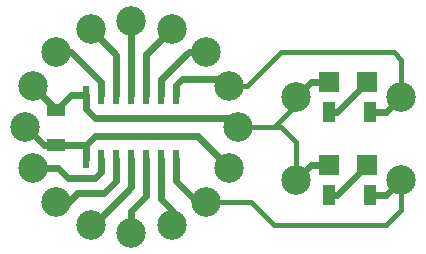
<source format=gtl>
G04 #@! TF.FileFunction,Copper,L1,Top,Signal*
%FSLAX46Y46*%
G04 Gerber Fmt 4.6, Leading zero omitted, Abs format (unit mm)*
G04 Created by KiCad (PCBNEW 4.0.6) date 03/19/19 12:30:58*
%MOMM*%
%LPD*%
G01*
G04 APERTURE LIST*
%ADD10C,0.100000*%
%ADD11R,0.600000X1.500000*%
%ADD12R,1.600000X1.000000*%
%ADD13C,2.500000*%
%ADD14R,1.700000X1.800860*%
%ADD15R,1.100000X1.700000*%
%ADD16C,0.406400*%
%ADD17C,0.609600*%
G04 APERTURE END LIST*
D10*
D11*
X143510000Y-90330000D03*
X144780000Y-90330000D03*
X146050000Y-90330000D03*
X147320000Y-90330000D03*
X148590000Y-90330000D03*
X149860000Y-90330000D03*
X151130000Y-90330000D03*
X151130000Y-84930000D03*
X149860000Y-84930000D03*
X148590000Y-84930000D03*
X147320000Y-84930000D03*
X146050000Y-84930000D03*
X144780000Y-84930000D03*
X143510000Y-84930000D03*
D12*
X140970000Y-89130000D03*
X140970000Y-86130000D03*
D13*
X138300000Y-87600000D03*
X138990000Y-84160000D03*
X140940000Y-81240000D03*
X143860000Y-79290000D03*
X147300000Y-78600000D03*
X150740000Y-79290000D03*
X153660000Y-81240000D03*
X155610000Y-84160000D03*
X155610000Y-91040000D03*
X156300000Y-87600000D03*
X153660000Y-93960000D03*
X150740000Y-95910000D03*
X147300000Y-96600000D03*
X143860000Y-95910000D03*
X140940000Y-93960000D03*
X138990000Y-91040000D03*
D14*
X167259000Y-83820000D03*
X164084000Y-83820000D03*
D15*
X167513000Y-86360000D03*
X164084000Y-86360000D03*
D13*
X161290000Y-85090000D03*
X170180000Y-85090000D03*
D14*
X167259000Y-90805000D03*
X164084000Y-90805000D03*
D15*
X167513000Y-93345000D03*
X164084000Y-93345000D03*
D13*
X161290000Y-92075000D03*
X170180000Y-92075000D03*
D16*
X159415000Y-87600000D02*
X159990000Y-87600000D01*
X161290000Y-88900000D02*
X161290000Y-92075000D01*
X159990000Y-87600000D02*
X161290000Y-88900000D01*
X156300000Y-87600000D02*
X159415000Y-87600000D01*
X159415000Y-87600000D02*
X161290000Y-85725000D01*
X161290000Y-85725000D02*
X161290000Y-85090000D01*
D17*
X143510000Y-84930000D02*
X143510000Y-86106000D01*
X144272000Y-86868000D02*
X155568000Y-86868000D01*
X143510000Y-86106000D02*
X144272000Y-86868000D01*
X155568000Y-86868000D02*
X156300000Y-87600000D01*
X138990000Y-84160000D02*
X139000000Y-84160000D01*
X139000000Y-84160000D02*
X140970000Y-86130000D01*
X143510000Y-84930000D02*
X142170000Y-84930000D01*
X142170000Y-84930000D02*
X140970000Y-86130000D01*
X164084000Y-83820000D02*
X162560000Y-83820000D01*
X162560000Y-83820000D02*
X161290000Y-85090000D01*
X164084000Y-90805000D02*
X162560000Y-90805000D01*
X162560000Y-90805000D02*
X161290000Y-92075000D01*
D16*
X138270000Y-87630000D02*
X138300000Y-87600000D01*
X138270000Y-87630000D02*
X138300000Y-87600000D01*
D17*
X143510000Y-90330000D02*
X143510000Y-89154000D01*
X152962000Y-88392000D02*
X155610000Y-91040000D01*
X144272000Y-88392000D02*
X152962000Y-88392000D01*
X143510000Y-89154000D02*
X144272000Y-88392000D01*
X140970000Y-89130000D02*
X143232000Y-89130000D01*
X143510000Y-89408000D02*
X143510000Y-90330000D01*
X143232000Y-89130000D02*
X143510000Y-89408000D01*
X138300000Y-87600000D02*
X138400000Y-87600000D01*
X138400000Y-87600000D02*
X139930000Y-89130000D01*
X139930000Y-89130000D02*
X140970000Y-89130000D01*
X143860000Y-95910000D02*
X144120000Y-95910000D01*
X144120000Y-95910000D02*
X147320000Y-92710000D01*
X147320000Y-92710000D02*
X147320000Y-90330000D01*
X147300000Y-96600000D02*
X147300000Y-94762000D01*
X148590000Y-93472000D02*
X148590000Y-90330000D01*
X147300000Y-94762000D02*
X148590000Y-93472000D01*
X150740000Y-95910000D02*
X150740000Y-94606000D01*
X149860000Y-93726000D02*
X149860000Y-90330000D01*
X150740000Y-94606000D02*
X149860000Y-93726000D01*
X148590000Y-84930000D02*
X148590000Y-81440000D01*
X148590000Y-81440000D02*
X150740000Y-79290000D01*
X147320000Y-84930000D02*
X147320000Y-78620000D01*
X147320000Y-78620000D02*
X147300000Y-78600000D01*
X146050000Y-84930000D02*
X146050000Y-81480000D01*
X146050000Y-81480000D02*
X143860000Y-79290000D01*
X144780000Y-84930000D02*
X144780000Y-83820000D01*
X142200000Y-81240000D02*
X140940000Y-81240000D01*
X144780000Y-83820000D02*
X142200000Y-81240000D01*
X138990000Y-91040000D02*
X141078000Y-91040000D01*
X144780000Y-91440000D02*
X144780000Y-90330000D01*
X144272000Y-91948000D02*
X144780000Y-91440000D01*
X141986000Y-91948000D02*
X144272000Y-91948000D01*
X141078000Y-91040000D02*
X141986000Y-91948000D01*
X140940000Y-93960000D02*
X142006000Y-93960000D01*
X142006000Y-93960000D02*
X142748000Y-93218000D01*
X142748000Y-93218000D02*
X145034000Y-93218000D01*
X145034000Y-93218000D02*
X146050000Y-92202000D01*
X146050000Y-92202000D02*
X146050000Y-90330000D01*
D16*
X155610000Y-84160000D02*
X157140000Y-84160000D01*
X170180000Y-81915000D02*
X170180000Y-85090000D01*
X169545000Y-81280000D02*
X170180000Y-81915000D01*
X160020000Y-81280000D02*
X169545000Y-81280000D01*
X157140000Y-84160000D02*
X160020000Y-81280000D01*
D17*
X151130000Y-84930000D02*
X151130000Y-84074000D01*
X151638000Y-83566000D02*
X155016000Y-83566000D01*
X151130000Y-84074000D02*
X151638000Y-83566000D01*
X155016000Y-83566000D02*
X155610000Y-84160000D01*
X167513000Y-86360000D02*
X168910000Y-86360000D01*
X168910000Y-86360000D02*
X170180000Y-85090000D01*
X149860000Y-84930000D02*
X149860000Y-83566000D01*
X152186000Y-81240000D02*
X153660000Y-81240000D01*
X149860000Y-83566000D02*
X152186000Y-81240000D01*
D16*
X153660000Y-93960000D02*
X157460000Y-93960000D01*
X170180000Y-94615000D02*
X170180000Y-92075000D01*
X168910000Y-95885000D02*
X170180000Y-94615000D01*
X159385000Y-95885000D02*
X168910000Y-95885000D01*
X157460000Y-93960000D02*
X159385000Y-95885000D01*
D17*
X153660000Y-93960000D02*
X152888000Y-93960000D01*
X152888000Y-93960000D02*
X151130000Y-92202000D01*
X151130000Y-92202000D02*
X151130000Y-90330000D01*
X167513000Y-93345000D02*
X168910000Y-93345000D01*
X168910000Y-93345000D02*
X170180000Y-92075000D01*
X164084000Y-86360000D02*
X164719000Y-86360000D01*
X164719000Y-86360000D02*
X167259000Y-83820000D01*
X164084000Y-93345000D02*
X164719000Y-93345000D01*
X164719000Y-93345000D02*
X167259000Y-90805000D01*
M02*

</source>
